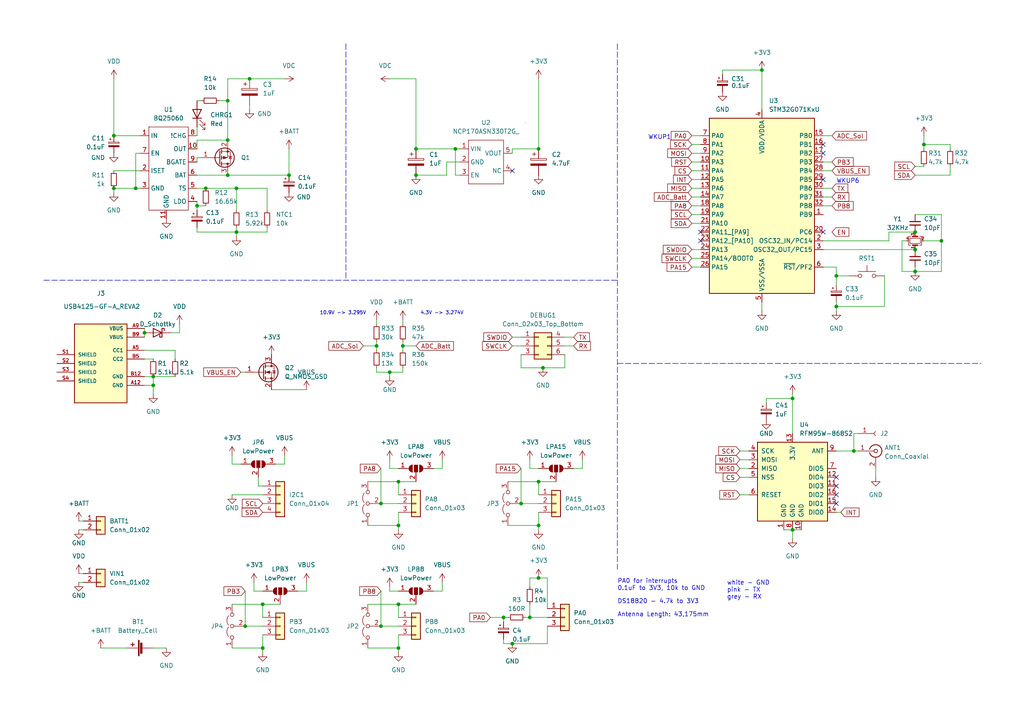
<source format=kicad_sch>
(kicad_sch (version 20211123) (generator eeschema)
  (paper "A4")
  (junction (at 66.04 50.8))
  (junction (at 66.04 40.64))
  (junction (at 242.57 80.01))
  (junction (at 44.45 109.22))
  (junction (at 247.65 130.81))
  (junction (at 41.91 96.52))
  (junction (at 273.05 69.85))
  (junction (at 71.12 181.61))
  (junction (at 115.57 187.96))
  (junction (at 115.57 139.7))
  (junction (at 72.39 22.86))
  (junction (at 59.69 54.61))
  (junction (at 229.87 153.67))
  (junction (at 156.21 139.7))
  (junction (at 229.87 115.57))
  (junction (at 68.58 67.31))
  (junction (at 113.03 107.95))
  (junction (at 267.97 41.91))
  (junction (at 33.02 39.37))
  (junction (at 115.57 175.26))
  (junction (at 157.48 106.68))
  (junction (at 156.21 167.64))
  (junction (at 33.02 54.61))
  (junction (at 265.43 67.31))
  (junction (at 76.2 175.26))
  (junction (at 39.37 54.61))
  (junction (at 68.58 54.61))
  (junction (at 44.45 111.76))
  (junction (at 120.65 50.8))
  (junction (at 132.08 43.18))
  (junction (at 110.49 181.61))
  (junction (at 76.2 187.96))
  (junction (at 151.13 146.05))
  (junction (at 156.21 152.4))
  (junction (at 220.98 20.32))
  (junction (at 153.67 179.07))
  (junction (at 110.49 146.05))
  (junction (at 83.82 50.8))
  (junction (at 156.21 43.18))
  (junction (at 146.05 179.07))
  (junction (at 265.43 78.74))
  (junction (at 120.65 43.18))
  (junction (at 57.15 59.69))
  (junction (at 148.59 186.69))
  (junction (at 265.43 72.39))
  (junction (at 66.04 29.21))
  (junction (at 116.84 100.33))
  (junction (at 242.57 88.9))
  (junction (at 109.22 100.33))
  (junction (at 115.57 152.4))
  (no_connect (at 238.76 44.45))
  (no_connect (at 242.57 138.43))
  (no_connect (at 238.76 41.91))
  (no_connect (at 148.59 49.53))
  (no_connect (at 238.76 52.07))
  (no_connect (at 242.57 140.97))
  (no_connect (at 238.76 67.31))
  (no_connect (at 203.2 69.85))
  (no_connect (at 242.57 146.05))
  (no_connect (at 203.2 67.31))
  (no_connect (at 242.57 143.51))
  (wire (pts (xy 33.02 39.37) (xy 40.64 39.37)))
  (wire (pts (xy 106.68 187.96) (xy 115.57 187.96)))
  (wire (pts (xy 209.55 20.32) (xy 220.98 20.32)))
  (wire (pts (xy 113.03 170.18) (xy 113.03 171.45)))
  (wire (pts (xy 222.25 115.57) (xy 229.87 115.57)))
  (wire (pts (xy 200.66 49.53) (xy 203.2 49.53)))
  (wire (pts (xy 57.15 59.69) (xy 57.15 58.42)))
  (wire (pts (xy 129.54 46.99) (xy 133.35 46.99)))
  (wire (pts (xy 238.76 72.39) (xy 265.43 72.39)))
  (wire (pts (xy 200.66 74.93) (xy 203.2 74.93)))
  (wire (pts (xy 242.57 88.9) (xy 242.57 87.63)))
  (wire (pts (xy 77.47 60.96) (xy 77.47 54.61)))
  (wire (pts (xy 82.55 134.62) (xy 80.01 134.62)))
  (wire (pts (xy 275.59 50.8) (xy 275.59 48.26)))
  (wire (pts (xy 115.57 139.7) (xy 120.65 139.7)))
  (wire (pts (xy 156.21 22.86) (xy 156.21 43.18)))
  (wire (pts (xy 66.04 50.8) (xy 83.82 50.8)))
  (wire (pts (xy 73.66 171.45) (xy 76.2 171.45)))
  (wire (pts (xy 229.87 115.57) (xy 229.87 125.73)))
  (wire (pts (xy 168.91 135.89) (xy 166.37 135.89)))
  (wire (pts (xy 151.13 102.87) (xy 151.13 106.68)))
  (wire (pts (xy 33.02 49.53) (xy 40.64 49.53)))
  (wire (pts (xy 33.02 22.86) (xy 33.02 39.37)))
  (wire (pts (xy 242.57 88.9) (xy 242.57 90.17)))
  (wire (pts (xy 267.97 69.85) (xy 273.05 69.85)))
  (wire (pts (xy 44.45 109.22) (xy 44.45 111.76)))
  (wire (pts (xy 151.13 106.68) (xy 157.48 106.68)))
  (wire (pts (xy 57.15 46.99) (xy 57.15 45.72)))
  (wire (pts (xy 120.65 50.8) (xy 129.54 50.8)))
  (polyline (pts (xy 179.07 12.7) (xy 179.07 165.1)))
  (wire (pts (xy 128.27 135.89) (xy 125.73 135.89)))
  (wire (pts (xy 41.91 96.52) (xy 41.91 97.79)))
  (wire (pts (xy 67.31 143.51) (xy 76.2 143.51)))
  (wire (pts (xy 148.59 43.18) (xy 156.21 43.18)))
  (wire (pts (xy 67.31 175.26) (xy 76.2 175.26)))
  (wire (pts (xy 110.49 171.45) (xy 110.49 181.61)))
  (wire (pts (xy 116.84 99.06) (xy 116.84 100.33)))
  (polyline (pts (xy 12.7 81.28) (xy 179.07 81.28)))
  (wire (pts (xy 238.76 57.15) (xy 241.3 57.15)))
  (wire (pts (xy 238.76 69.85) (xy 257.81 69.85)))
  (wire (pts (xy 156.21 139.7) (xy 156.21 143.51)))
  (wire (pts (xy 200.66 62.23) (xy 203.2 62.23)))
  (wire (pts (xy 41.91 111.76) (xy 44.45 111.76)))
  (wire (pts (xy 227.33 153.67) (xy 229.87 153.67)))
  (wire (pts (xy 22.86 151.13) (xy 24.13 151.13)))
  (wire (pts (xy 52.07 96.52) (xy 49.53 96.52)))
  (wire (pts (xy 128.27 171.45) (xy 125.73 171.45)))
  (wire (pts (xy 133.35 50.8) (xy 132.08 50.8)))
  (wire (pts (xy 115.57 187.96) (xy 115.57 184.15)))
  (wire (pts (xy 41.91 95.25) (xy 41.91 96.52)))
  (wire (pts (xy 267.97 41.91) (xy 267.97 43.18)))
  (wire (pts (xy 238.76 46.99) (xy 241.3 46.99)))
  (wire (pts (xy 120.65 43.18) (xy 132.08 43.18)))
  (wire (pts (xy 267.97 41.91) (xy 275.59 41.91)))
  (wire (pts (xy 158.75 186.69) (xy 158.75 181.61)))
  (wire (pts (xy 257.81 67.31) (xy 265.43 67.31)))
  (wire (pts (xy 57.15 67.31) (xy 57.15 66.04)))
  (wire (pts (xy 67.31 187.96) (xy 76.2 187.96)))
  (wire (pts (xy 44.45 111.76) (xy 44.45 114.3)))
  (wire (pts (xy 116.84 107.95) (xy 116.84 106.68)))
  (wire (pts (xy 33.02 55.88) (xy 33.02 54.61)))
  (wire (pts (xy 116.84 100.33) (xy 116.84 101.6)))
  (wire (pts (xy 200.66 41.91) (xy 203.2 41.91)))
  (wire (pts (xy 254 135.89) (xy 254 138.43)))
  (wire (pts (xy 74.93 140.97) (xy 76.2 140.97)))
  (wire (pts (xy 40.64 44.45) (xy 39.37 44.45)))
  (wire (pts (xy 110.49 181.61) (xy 115.57 181.61)))
  (wire (pts (xy 200.66 59.69) (xy 203.2 59.69)))
  (wire (pts (xy 115.57 187.96) (xy 115.57 189.23)))
  (wire (pts (xy 214.63 138.43) (xy 217.17 138.43)))
  (wire (pts (xy 267.97 39.37) (xy 267.97 41.91)))
  (wire (pts (xy 113.03 171.45) (xy 115.57 171.45)))
  (wire (pts (xy 153.67 133.35) (xy 153.67 135.89)))
  (wire (pts (xy 116.84 100.33) (xy 120.65 100.33)))
  (wire (pts (xy 113.03 22.86) (xy 120.65 22.86)))
  (wire (pts (xy 156.21 139.7) (xy 161.29 139.7)))
  (wire (pts (xy 200.66 54.61) (xy 203.2 54.61)))
  (wire (pts (xy 57.15 36.83) (xy 57.15 39.37)))
  (wire (pts (xy 66.04 22.86) (xy 66.04 29.21)))
  (wire (pts (xy 275.59 41.91) (xy 275.59 43.18)))
  (wire (pts (xy 148.59 100.33) (xy 151.13 100.33)))
  (wire (pts (xy 128.27 168.91) (xy 128.27 171.45)))
  (wire (pts (xy 41.91 104.14) (xy 44.45 104.14)))
  (wire (pts (xy 238.76 59.69) (xy 241.3 59.69)))
  (wire (pts (xy 57.15 60.96) (xy 57.15 59.69)))
  (wire (pts (xy 113.03 133.35) (xy 113.03 135.89)))
  (wire (pts (xy 57.15 54.61) (xy 59.69 54.61)))
  (wire (pts (xy 76.2 187.96) (xy 76.2 184.15)))
  (wire (pts (xy 229.87 153.67) (xy 232.41 153.67)))
  (wire (pts (xy 153.67 179.07) (xy 158.75 179.07)))
  (wire (pts (xy 142.24 179.07) (xy 146.05 179.07)))
  (wire (pts (xy 82.55 132.08) (xy 82.55 134.62)))
  (wire (pts (xy 116.84 92.71) (xy 116.84 93.98)))
  (wire (pts (xy 113.03 135.89) (xy 115.57 135.89)))
  (wire (pts (xy 52.07 93.98) (xy 52.07 96.52)))
  (wire (pts (xy 77.47 54.61) (xy 68.58 54.61)))
  (wire (pts (xy 113.03 109.22) (xy 113.03 107.95)))
  (wire (pts (xy 163.83 100.33) (xy 166.37 100.33)))
  (wire (pts (xy 147.32 152.4) (xy 156.21 152.4)))
  (wire (pts (xy 248.92 125.73) (xy 247.65 125.73)))
  (wire (pts (xy 261.62 69.85) (xy 261.62 78.74)))
  (wire (pts (xy 29.21 187.96) (xy 36.83 187.96)))
  (wire (pts (xy 39.37 44.45) (xy 39.37 54.61)))
  (wire (pts (xy 146.05 180.34) (xy 146.05 179.07)))
  (wire (pts (xy 214.63 143.51) (xy 217.17 143.51)))
  (wire (pts (xy 115.57 175.26) (xy 115.57 179.07)))
  (wire (pts (xy 22.86 153.67) (xy 24.13 153.67)))
  (wire (pts (xy 152.4 179.07) (xy 153.67 179.07)))
  (wire (pts (xy 247.65 130.81) (xy 248.92 130.81)))
  (wire (pts (xy 33.02 54.61) (xy 39.37 54.61)))
  (wire (pts (xy 82.55 22.86) (xy 72.39 22.86)))
  (wire (pts (xy 39.37 54.61) (xy 40.64 54.61)))
  (wire (pts (xy 200.66 72.39) (xy 203.2 72.39)))
  (wire (pts (xy 242.57 77.47) (xy 242.57 80.01)))
  (wire (pts (xy 74.93 138.43) (xy 74.93 140.97)))
  (wire (pts (xy 68.58 66.04) (xy 68.58 67.31)))
  (wire (pts (xy 72.39 22.86) (xy 66.04 22.86)))
  (wire (pts (xy 273.05 78.74) (xy 265.43 78.74)))
  (wire (pts (xy 22.86 166.37) (xy 24.13 166.37)))
  (wire (pts (xy 163.83 102.87) (xy 163.83 106.68)))
  (wire (pts (xy 273.05 62.23) (xy 273.05 69.85)))
  (wire (pts (xy 67.31 134.62) (xy 69.85 134.62)))
  (wire (pts (xy 57.15 29.21) (xy 58.42 29.21)))
  (wire (pts (xy 129.54 50.8) (xy 129.54 46.99)))
  (wire (pts (xy 151.13 146.05) (xy 156.21 146.05)))
  (wire (pts (xy 214.63 133.35) (xy 217.17 133.35)))
  (wire (pts (xy 247.65 125.73) (xy 247.65 130.81)))
  (wire (pts (xy 200.66 39.37) (xy 203.2 39.37)))
  (wire (pts (xy 238.76 49.53) (xy 241.3 49.53)))
  (wire (pts (xy 110.49 135.89) (xy 110.49 146.05)))
  (wire (pts (xy 115.57 175.26) (xy 120.65 175.26)))
  (wire (pts (xy 273.05 69.85) (xy 273.05 78.74)))
  (wire (pts (xy 83.82 43.18) (xy 83.82 50.8)))
  (wire (pts (xy 261.62 69.85) (xy 262.89 69.85)))
  (wire (pts (xy 109.22 107.95) (xy 113.03 107.95)))
  (wire (pts (xy 222.25 115.57) (xy 222.25 116.84)))
  (wire (pts (xy 156.21 152.4) (xy 156.21 148.59)))
  (wire (pts (xy 242.57 130.81) (xy 247.65 130.81)))
  (wire (pts (xy 209.55 21.59) (xy 209.55 20.32)))
  (wire (pts (xy 168.91 133.35) (xy 168.91 135.89)))
  (wire (pts (xy 158.75 167.64) (xy 156.21 167.64)))
  (wire (pts (xy 214.63 130.81) (xy 217.17 130.81)))
  (wire (pts (xy 257.81 69.85) (xy 257.81 67.31)))
  (wire (pts (xy 200.66 77.47) (xy 203.2 77.47)))
  (wire (pts (xy 132.08 50.8) (xy 132.08 43.18)))
  (wire (pts (xy 265.43 62.23) (xy 273.05 62.23)))
  (wire (pts (xy 256.54 80.01) (xy 256.54 88.9)))
  (wire (pts (xy 148.59 97.79) (xy 151.13 97.79)))
  (wire (pts (xy 238.76 39.37) (xy 241.3 39.37)))
  (wire (pts (xy 146.05 179.07) (xy 147.32 179.07)))
  (wire (pts (xy 105.41 100.33) (xy 109.22 100.33)))
  (wire (pts (xy 146.05 185.42) (xy 146.05 186.69)))
  (wire (pts (xy 153.67 170.18) (xy 153.67 167.64)))
  (wire (pts (xy 148.59 44.45) (xy 148.59 43.18)))
  (wire (pts (xy 59.69 54.61) (xy 68.58 54.61)))
  (wire (pts (xy 59.69 59.69) (xy 57.15 59.69)))
  (wire (pts (xy 220.98 20.32) (xy 220.98 31.75)))
  (wire (pts (xy 153.67 135.89) (xy 156.21 135.89)))
  (wire (pts (xy 163.83 97.79) (xy 166.37 97.79)))
  (wire (pts (xy 66.04 29.21) (xy 66.04 40.64)))
  (wire (pts (xy 148.59 186.69) (xy 158.75 186.69)))
  (wire (pts (xy 63.5 29.21) (xy 66.04 29.21)))
  (wire (pts (xy 68.58 67.31) (xy 77.47 67.31)))
  (wire (pts (xy 110.49 146.05) (xy 115.57 146.05)))
  (wire (pts (xy 109.22 99.06) (xy 109.22 100.33)))
  (wire (pts (xy 153.67 167.64) (xy 156.21 167.64)))
  (wire (pts (xy 158.75 176.53) (xy 158.75 167.64)))
  (wire (pts (xy 220.98 87.63) (xy 220.98 90.17)))
  (wire (pts (xy 115.57 139.7) (xy 115.57 143.51)))
  (wire (pts (xy 120.65 22.86) (xy 120.65 43.18)))
  (wire (pts (xy 200.66 52.07) (xy 203.2 52.07)))
  (wire (pts (xy 115.57 152.4) (xy 115.57 153.67)))
  (wire (pts (xy 76.2 175.26) (xy 76.2 179.07)))
  (wire (pts (xy 106.68 175.26) (xy 115.57 175.26)))
  (wire (pts (xy 200.66 44.45) (xy 203.2 44.45)))
  (wire (pts (xy 106.68 139.7) (xy 115.57 139.7)))
  (wire (pts (xy 44.45 187.96) (xy 48.26 187.96)))
  (wire (pts (xy 67.31 132.08) (xy 67.31 134.62)))
  (wire (pts (xy 41.91 109.22) (xy 44.45 109.22)))
  (wire (pts (xy 57.15 67.31) (xy 68.58 67.31)))
  (wire (pts (xy 57.15 40.64) (xy 66.04 40.64)))
  (wire (pts (xy 265.43 50.8) (xy 275.59 50.8)))
  (wire (pts (xy 151.13 135.89) (xy 151.13 146.05)))
  (wire (pts (xy 78.74 113.03) (xy 88.9 113.03)))
  (wire (pts (xy 68.58 60.96) (xy 68.58 54.61)))
  (wire (pts (xy 50.8 101.6) (xy 41.91 101.6)))
  (wire (pts (xy 106.68 152.4) (xy 115.57 152.4)))
  (wire (pts (xy 229.87 153.67) (xy 229.87 156.21)))
  (wire (pts (xy 72.39 30.48) (xy 72.39 31.75)))
  (wire (pts (xy 71.12 171.45) (xy 71.12 181.61)))
  (wire (pts (xy 153.67 175.26) (xy 153.67 179.07)))
  (wire (pts (xy 214.63 135.89) (xy 217.17 135.89)))
  (wire (pts (xy 156.21 152.4) (xy 156.21 153.67)))
  (wire (pts (xy 147.32 139.7) (xy 156.21 139.7)))
  (wire (pts (xy 115.57 152.4) (xy 115.57 148.59)))
  (wire (pts (xy 73.66 168.91) (xy 73.66 171.45)))
  (wire (pts (xy 109.22 92.71) (xy 109.22 93.98)))
  (wire (pts (xy 109.22 100.33) (xy 109.22 101.6)))
  (wire (pts (xy 229.87 114.3) (xy 229.87 115.57)))
  (wire (pts (xy 200.66 46.99) (xy 203.2 46.99)))
  (wire (pts (xy 69.85 107.95) (xy 71.12 107.95)))
  (wire (pts (xy 163.83 106.68) (xy 157.48 106.68)))
  (wire (pts (xy 132.08 43.18) (xy 133.35 43.18)))
  (wire (pts (xy 57.15 45.72) (xy 58.42 45.72)))
  (wire (pts (xy 44.45 109.22) (xy 50.8 109.22)))
  (wire (pts (xy 22.86 168.91) (xy 24.13 168.91)))
  (wire (pts (xy 265.43 48.26) (xy 267.97 48.26)))
  (wire (pts (xy 256.54 88.9) (xy 242.57 88.9)))
  (wire (pts (xy 242.57 80.01) (xy 246.38 80.01)))
  (wire (pts (xy 242.57 80.01) (xy 242.57 82.55)))
  (polyline (pts (xy 100.33 12.7) (xy 100.33 81.28)))
  (wire (pts (xy 200.66 64.77) (xy 203.2 64.77)))
  (wire (pts (xy 261.62 78.74) (xy 265.43 78.74)))
  (wire (pts (xy 76.2 175.26) (xy 81.28 175.26)))
  (wire (pts (xy 113.03 107.95) (xy 116.84 107.95)))
  (wire (pts (xy 71.12 181.61) (xy 76.2 181.61)))
  (wire (pts (xy 88.9 168.91) (xy 88.9 171.45)))
  (wire (pts (xy 238.76 54.61) (xy 241.3 54.61)))
  (wire (pts (xy 88.9 171.45) (xy 86.36 171.45)))
  (wire (pts (xy 50.8 104.14) (xy 50.8 101.6)))
  (wire (pts (xy 68.58 68.58) (xy 68.58 67.31)))
  (wire (pts (xy 128.27 133.35) (xy 128.27 135.89)))
  (wire (pts (xy 146.05 186.69) (xy 148.59 186.69)))
  (wire (pts (xy 238.76 77.47) (xy 242.57 77.47)))
  (wire (pts (xy 265.43 78.74) (xy 265.43 77.47)))
  (wire (pts (xy 76.2 187.96) (xy 76.2 189.23)))
  (wire (pts (xy 77.47 67.31) (xy 77.47 66.04)))
  (wire (pts (xy 109.22 107.95) (xy 109.22 106.68)))
  (polyline (pts (xy 179.07 105.41) (xy 284.48 105.41)))
  (wire (pts (xy 57.15 43.18) (xy 57.15 40.64)))
  (wire (pts (xy 200.66 57.15) (xy 203.2 57.15)))
  (wire (pts (xy 57.15 50.8) (xy 66.04 50.8)))
  (wire (pts (xy 242.57 148.59) (xy 243.84 148.59)))
  (text "DS18B20 - 4.7k to 3V3" (at 179.07 175.26 0) (effects (font (size 1.27 1.27)) (justify left bottom)))
  (text "4.3V -> 3.274V" (at 121.92 91.44 0) (effects (font (size 1 1)) (justify left bottom)))
  (text "Antenna Length: 43,175mm" (at 179.07 179.07 0) (effects (font (size 1.27 1.27)) (justify left bottom)))
  (text "PA0 for interrupts\n0.1uF to 3V3, 10k to GND" (at 179.07 171.45 0) (effects (font (size 1.27 1.27)) (justify left bottom)))
  (text "10.9V -> 3.295V" (at 92.71 91.44 0) (effects (font (size 1 1)) (justify left bottom)))
  (text "white - GND\npink - TX\ngrey - RX" (at 210.82 173.99 0) (effects (font (size 1.27 1.27)) (justify left bottom)))
  (text "WKUP6" (at 242.57 53.34 0) (effects (font (size 1.27 1.27)) (justify left bottom)))
  (text "WKUP1" (at 187.96 40.64 0) (effects (font (size 1.27 1.27)) (justify left bottom)))
  (global_label "PB8" (shape input) (at 241.3 59.69 0) (property "Intersheet References" "${INTERSHEET_REFS}" (effects hide)))
  (global_label "RST" (shape input) (at 214.63 143.51 180) (property "Intersheet References" "${INTERSHEET_REFS}" (effects hide)))
  (global_label "SDA" (shape input) (at 265.43 50.8 180) (property "Intersheet References" "${INTERSHEET_REFS}" (effects hide)))
  (global_label "MISO" (shape input) (at 214.63 135.89 180) (property "Intersheet References" "${INTERSHEET_REFS}" (effects hide)))
  (global_label "SCL" (shape input) (at 265.43 48.26 180) (property "Intersheet References" "${INTERSHEET_REFS}" (effects hide)))
  (global_label "CS" (shape input) (at 214.63 138.43 180) (property "Intersheet References" "${INTERSHEET_REFS}" (effects hide)))
  (global_label "MOSI" (shape input) (at 200.66 44.45 180) (property "Intersheet References" "${INTERSHEET_REFS}" (effects hide)))
  (global_label "ADC_Batt" (shape input) (at 200.66 57.15 180) (property "Intersheet References" "${INTERSHEET_REFS}" (effects hide)))
  (global_label "INT" (shape input) (at 200.66 52.07 180) (property "Intersheet References" "${INTERSHEET_REFS}" (effects hide)))
  (global_label "PA0" (shape input) (at 142.24 179.07 180) (property "Intersheet References" "${INTERSHEET_REFS}" (effects hide)))
  (global_label "SCL" (shape input) (at 76.2 146.05 180) (property "Intersheet References" "${INTERSHEET_REFS}" (effects hide)))
  (global_label "INT" (shape input) (at 243.84 148.59 0) (property "Intersheet References" "${INTERSHEET_REFS}" (effects hide)))
  (global_label "RX" (shape input) (at 241.3 57.15 0) (property "Intersheet References" "${INTERSHEET_REFS}" (effects hide)))
  (global_label "SWCLK" (shape input) (at 200.66 74.93 180) (property "Intersheet References" "${INTERSHEET_REFS}" (effects hide)))
  (global_label "RST" (shape input) (at 200.66 46.99 180) (property "Intersheet References" "${INTERSHEET_REFS}" (effects hide)))
  (global_label "SCL" (shape input) (at 200.66 62.23 180) (property "Intersheet References" "${INTERSHEET_REFS}" (effects hide)))
  (global_label "SCK" (shape input) (at 214.63 130.81 180) (property "Intersheet References" "${INTERSHEET_REFS}" (effects hide)))
  (global_label "ADC_Sol" (shape input) (at 105.41 100.33 180) (property "Intersheet References" "${INTERSHEET_REFS}" (effects hide)))
  (global_label "CS" (shape input) (at 200.66 49.53 180) (property "Intersheet References" "${INTERSHEET_REFS}" (effects hide)))
  (global_label "ADC_Batt" (shape input) (at 120.65 100.33 0) (property "Intersheet References" "${INTERSHEET_REFS}" (effects hide)))
  (global_label "EN" (shape input) (at 241.3 67.31 0) (property "Intersheet References" "${INTERSHEET_REFS}" (effects hide)))
  (global_label "SWCLK" (shape input) (at 148.59 100.33 180) (property "Intersheet References" "${INTERSHEET_REFS}" (effects hide)))
  (global_label "PB3" (shape input) (at 71.12 171.45 180) (property "Intersheet References" "${INTERSHEET_REFS}" (effects hide)))
  (global_label "SWDIO" (shape input) (at 200.66 72.39 180) (property "Intersheet References" "${INTERSHEET_REFS}" (effects hide)))
  (global_label "SWDIO" (shape input) (at 148.59 97.79 180) (property "Intersheet References" "${INTERSHEET_REFS}" (effects hide)))
  (global_label "PA15" (shape input) (at 151.13 135.89 180) (property "Intersheet References" "${INTERSHEET_REFS}" (effects hide)))
  (global_label "PB8" (shape input) (at 110.49 171.45 180) (property "Intersheet References" "${INTERSHEET_REFS}" (effects hide)))
  (global_label "VBUS_EN" (shape input) (at 69.85 107.95 180) (property "Intersheet References" "${INTERSHEET_REFS}" (effects hide)))
  (global_label "SDA" (shape input) (at 76.2 148.59 180) (property "Intersheet References" "${INTERSHEET_REFS}" (effects hide)))
  (global_label "RX" (shape input) (at 166.37 100.33 0) (property "Intersheet References" "${INTERSHEET_REFS}" (effects hide)))
  (global_label "PA8" (shape input) (at 110.49 135.89 180) (property "Intersheet References" "${INTERSHEET_REFS}" (effects hide)))
  (global_label "TX" (shape input) (at 166.37 97.79 0) (property "Intersheet References" "${INTERSHEET_REFS}" (effects hide)))
  (global_label "PA8" (shape input) (at 200.66 59.69 180) (property "Intersheet References" "${INTERSHEET_REFS}" (effects hide)))
  (global_label "PA0" (shape input) (at 200.66 39.37 180) (property "Intersheet References" "${INTERSHEET_REFS}" (effects hide)))
  (global_label "MISO" (shape input) (at 200.66 54.61 180) (property "Intersheet References" "${INTERSHEET_REFS}" (effects hide)))
  (global_label "ADC_Sol" (shape input) (at 241.3 39.37 0) (property "Intersheet References" "${INTERSHEET_REFS}" (effects hide)))
  (global_label "VBUS_EN" (shape input) (at 241.3 49.53 0) (property "Intersheet References" "${INTERSHEET_REFS}" (effects hide)))
  (global_label "TX" (shape input) (at 241.3 54.61 0) (property "Intersheet References" "${INTERSHEET_REFS}" (effects hide)))
  (global_label "PA15" (shape input) (at 200.66 77.47 180) (property "Intersheet References" "${INTERSHEET_REFS}" (effects hide)))
  (global_label "SDA" (shape input) (at 200.66 64.77 180) (property "Intersheet References" "${INTERSHEET_REFS}" (effects hide)))
  (global_label "MOSI" (shape input) (at 214.63 133.35 180) (property "Intersheet References" "${INTERSHEET_REFS}" (effects hide)))
  (global_label "SCK" (shape input) (at 200.66 41.91 180) (property "Intersheet References" "${INTERSHEET_REFS}" (effects hide)))
  (global_label "PB3" (shape input) (at 241.3 46.99 0) (property "Intersheet References" "${INTERSHEET_REFS}" (effects hide)))
  (symbol (lib_id "Device:D_Schottky") (at 45.72 96.52 0) (mirror y) (unit 1)
    (property "Reference" "D2" (at 45.72 91.44 0))
    (property "Value" "D_Schottky" (at 45.72 93.98 0))
    (property "Footprint" "Diode_SMD:Nexperia_CFP3_SOD-123W" (effects hide))
  )
  (symbol (lib_id "power:GND") (at 222.25 121.92 0) (unit 1)
    (property "Reference" "#PWR0148" (effects hide))
    (property "Value" "GND" (at 222.25 125.73 0))
  )
  (symbol (lib_id "Jumper:SolderJumper_3_Open") (at 120.65 171.45 0) (unit 1)
    (property "Reference" "LPB8" (at 120.65 165.1 0))
    (property "Value" "LowPower" (at 120.65 167.64 0))
    (property "Footprint" "Jumper:SolderJumper-3_P1.3mm_Open_Pad1.0x1.5mm" (effects hide))
  )
  (symbol (lib_id "Device:R_Small") (at 275.59 45.72 0) (unit 1)
    (property "Reference" "R32" (at 276.86 44.45 0) (effects (justify left)))
    (property "Value" "4.7k" (at 276.86 46.99 0) (effects (justify left)))
    (property "Footprint" "Resistor_SMD:R_0805_2012Metric" (effects hide))
  )
  (symbol (lib_id "Device:C_Polarized_Small") (at 83.82 53.34 0) (unit 1)
    (property "Reference" "C14" (at 86.36 51.5238 0) (effects (justify left)))
    (property "Value" "0.1uF" (at 86.36 54.0638 0) (effects (justify left)))
    (property "Footprint" "Capacitor_SMD:C_1206_3216Metric" (effects hide))
  )
  (symbol (lib_id "USB4125-GF-A_REVA2:USB4125-GF-A_REVA2") (at 29.21 104.14 0) (mirror y) (unit 1)
    (property "Reference" "J3" (at 30.48 85.09 0) (effects (justify left)))
    (property "Value" "USB4125-GF-A_REVA2" (at 40.64 88.9 0) (effects (justify left)))
    (property "Footprint" "GCT_USB4125-GF-A_REVA2" (effects hide))
    (property "STANDARD" "Manufacturer Recommendations" (effects hide))
    (property "MANUFACTURER" "GCT" (effects hide))
    (property "PARTREV" "Rev A2" (effects hide))
    (property "MAXIMUM_PACKAGE_HEIGHT" "3.16 mm" (effects hide))
  )
  (symbol (lib_id "Device:R_Small") (at 50.8 106.68 0) (unit 1)
    (property "Reference" "R2" (at 52.07 105.41 0) (effects (justify left)))
    (property "Value" "5.1k" (at 52.07 107.95 0) (effects (justify left)))
    (property "Footprint" "Resistor_SMD:R_0805_2012Metric" (effects hide))
  )
  (symbol (lib_id "power:GND") (at 48.26 63.5 0) (unit 1)
    (property "Reference" "#PWR0147" (effects hide))
    (property "Value" "GND" (at 48.26 68.58 0))
  )
  (symbol (lib_id "power:GND") (at 113.03 109.22 0) (unit 1)
    (property "Reference" "#PWR0124" (effects hide))
    (property "Value" "GND" (at 113.03 113.03 0))
  )
  (symbol (lib_id "Connector_Generic:Conn_01x03") (at 81.28 181.61 0) (unit 1)
    (property "Reference" "PB3" (at 83.82 180.3399 0) (effects (justify left)))
    (property "Value" "Conn_01x03" (at 83.82 182.8799 0) (effects (justify left)))
    (property "Footprint" "S3B-ZR-SM4A-TF:JST_S3B-ZR-SM4A-TF" (effects hide))
  )
  (symbol (lib_id "Connector_Generic:Conn_01x03") (at 120.65 181.61 0) (unit 1)
    (property "Reference" "PB8" (at 123.19 180.3399 0) (effects (justify left)))
    (property "Value" "Conn_01x03" (at 123.19 182.8799 0) (effects (justify left)))
    (property "Footprint" "S3B-ZR-SM4A-TF:JST_S3B-ZR-SM4A-TF" (effects hide))
  )
  (symbol (lib_id "Device:C_Polarized_Small") (at 33.02 41.91 0) (unit 1)
    (property "Reference" "C11" (at 30.48 40.0938 0) (effects (justify right)))
    (property "Value" "0.1uF" (at 30.48 42.6338 0) (effects (justify right)))
    (property "Footprint" "Capacitor_SMD:C_1206_3216Metric" (effects hide))
  )
  (symbol (lib_id "power:GND") (at 265.43 78.74 0) (unit 1)
    (property "Reference" "#PWR0103" (effects hide))
    (property "Value" "GND" (at 265.43 83.82 0))
  )
  (symbol (lib_id "power:+BATT") (at 29.21 187.96 0) (unit 1)
    (property "Reference" "#PWR0145" (effects hide))
    (property "Value" "+BATT" (at 29.21 182.88 0))
  )
  (symbol (lib_id "Device:R_Small") (at 68.58 63.5 0) (unit 1)
    (property "Reference" "R13" (at 71.12 62.2299 0) (effects (justify left)))
    (property "Value" "5.92k" (at 71.12 64.7699 0) (effects (justify left)))
    (property "Footprint" "Resistor_SMD:R_0805_2012Metric" (effects hide))
  )
  (symbol (lib_id "power:GND") (at 156.21 50.8 0) (unit 1)
    (property "Reference" "#PWR0102" (effects hide))
    (property "Value" "GND" (at 156.21 55.88 0))
  )
  (symbol (lib_id "Jumper:SolderJumper_3_Open") (at 81.28 171.45 0) (unit 1)
    (property "Reference" "LPB3" (at 81.28 165.1 0))
    (property "Value" "LowPower" (at 81.28 167.64 0))
    (property "Footprint" "Jumper:SolderJumper-3_P1.3mm_Open_Pad1.0x1.5mm" (effects hide))
  )
  (symbol (lib_id "power:VBUS") (at 88.9 113.03 0) (unit 1)
    (property "Reference" "#PWR0149" (effects hide))
    (property "Value" "VBUS" (at 88.9 107.95 0))
  )
  (symbol (lib_id "Device:R_Small") (at 44.45 106.68 0) (unit 1)
    (property "Reference" "R1" (at 45.72 105.41 0) (effects (justify left)))
    (property "Value" "5.1k" (at 45.72 107.95 0) (effects (justify left)))
    (property "Footprint" "Resistor_SMD:R_0805_2012Metric" (effects hide))
  )
  (symbol (lib_id "power:+3.3V") (at 229.87 114.3 0) (unit 1)
    (property "Reference" "#PWR0113" (effects hide))
    (property "Value" "+3.3V" (at 229.87 109.22 0))
  )
  (symbol (lib_id "power:GND") (at 33.02 44.45 0) (unit 1)
    (property "Reference" "#PWR0133" (effects hide))
    (property "Value" "GND" (at 30.48 45.7199 0) (effects (justify right)))
  )
  (symbol (lib_id "power:GND") (at 72.39 31.75 0) (unit 1)
    (property "Reference" "#PWR0154" (effects hide))
    (property "Value" "GND" (at 78.74 33.02 0) (effects (justify right)))
  )
  (symbol (lib_id "power:GND") (at 44.45 114.3 0) (unit 1)
    (property "Reference" "#PWR0136" (effects hide))
    (property "Value" "GND" (at 44.45 119.38 0))
  )
  (symbol (lib_id "MyLib:VIN") (at 22.86 166.37 0) (unit 1)
    (property "Reference" "#PWR0104" (effects hide))
    (property "Value" "VIN" (at 22.86 161.29 0))
  )
  (symbol (lib_id "power:+3.3V") (at 267.97 39.37 0) (unit 1)
    (property "Reference" "#PWR0127" (effects hide))
    (property "Value" "+3.3V" (at 267.97 34.29 0))
  )
  (symbol (lib_id "Jumper:Jumper_3_Open") (at 106.68 146.05 90) (unit 1)
    (property "Reference" "JP1" (at 104.14 146.0499 90) (effects (justify left)))
    (property "Value" "Jumper_3_Open" (effects hide))
    (property "Footprint" "MyLib:Jumper_3_0805" (effects hide))
  )
  (symbol (lib_id "power:GND") (at 220.98 90.17 0) (unit 1)
    (property "Reference" "#PWR0111" (effects hide))
    (property "Value" "GND" (at 220.98 95.25 0))
  )
  (symbol (lib_id "Device:C_Polarized") (at 120.65 46.99 0) (unit 1)
    (property "Reference" "C1" (at 124.46 44.8309 0) (effects (justify left)))
    (property "Value" "1uF" (at 124.46 47.3709 0) (effects (justify left)))
    (property "Footprint" "Capacitor_SMD:C_1206_3216Metric" (effects hide))
  )
  (symbol (lib_id "power:GND") (at 67.31 143.51 0) (unit 1)
    (property "Reference" "#PWR0122" (effects hide))
    (property "Value" "GND" (at 67.31 147.32 0))
  )
  (symbol (lib_id "power:GND") (at 254 138.43 0) (unit 1)
    (property "Reference" "#PWR0115" (effects hide))
    (property "Value" "GND" (at 254 143.51 0))
  )
  (symbol (lib_id "Switch:SW_Push") (at 251.46 80.01 0) (unit 1)
    (property "Reference" "RST1" (at 251.46 74.93 0))
    (property "Value" "SW_Push" (effects hide))
    (property "Footprint" "Button_Switch_SMD:SW_Push_SPST_NO_Alps_SKRK" (effects hide))
  )
  (symbol (lib_id "power:+3.3V") (at 153.67 133.35 0) (unit 1)
    (property "Reference" "#PWR0139" (effects hide))
    (property "Value" "+3.3V" (at 153.67 128.27 0))
  )
  (symbol (lib_id "power:GND") (at 209.55 26.67 0) (unit 1)
    (property "Reference" "#PWR0118" (effects hide))
    (property "Value" "GND" (at 209.55 31.75 0))
  )
  (symbol (lib_id "power:GND") (at 22.86 153.67 0) (unit 1)
    (property "Reference" "#PWR0119" (effects hide))
    (property "Value" "GND" (at 22.86 157.48 0))
  )
  (symbol (lib_id "power:+BATT") (at 116.84 92.71 0) (unit 1)
    (property "Reference" "#PWR0126" (effects hide))
    (property "Value" "+BATT" (at 116.84 87.63 0))
  )
  (symbol (lib_id "Device:C_Polarized_Small") (at 242.57 85.09 0) (unit 1)
    (property "Reference" "C33" (at 245.11 83.82 0) (effects (justify left)))
    (property "Value" "0.1uF" (at 245.11 86.36 0) (effects (justify left)))
    (property "Footprint" "Capacitor_SMD:C_0805_2012Metric" (effects hide))
  )
  (symbol (lib_id "Device:C_Small") (at 265.43 74.93 0) (unit 1)
    (property "Reference" "C35" (at 267.97 73.6662 0) (effects (justify left)))
    (property "Value" "10pF" (at 267.97 76.2062 0) (effects (justify left)))
    (property "Footprint" "Capacitor_SMD:C_0805_2012Metric" (effects hide))
  )
  (symbol (lib_id "Device:C_Polarized") (at 72.39 26.67 0) (unit 1)
    (property "Reference" "C3" (at 76.2 24.5109 0) (effects (justify left)))
    (property "Value" "1uF" (at 76.2 27.0509 0) (effects (justify left)))
    (property "Footprint" "Capacitor_SMD:C_1206_3216Metric" (effects hide))
  )
  (symbol (lib_id "power:VDC") (at 82.55 22.86 270) (unit 1)
    (property "Reference" "#PWR0109" (effects hide))
    (property "Value" "VDC" (at 83.82 19.05 90))
  )
  (symbol (lib_id "power:GND") (at 148.59 186.69 0) (unit 1)
    (property "Reference" "#PWR0143" (effects hide))
    (property "Value" "GND" (at 148.59 191.77 0))
  )
  (symbol (lib_id "Device:R_Small") (at 77.47 63.5 0) (unit 1)
    (property "Reference" "NTC1" (at 80.01 62.2299 0) (effects (justify left)))
    (property "Value" "10k" (at 80.01 64.7699 0) (effects (justify left)))
    (property "Footprint" "Resistor_SMD:R_0805_2012Metric" (effects hide))
  )
  (symbol (lib_id "power:VBUS") (at 88.9 168.91 0) (unit 1)
    (property "Reference" "#PWR0151" (effects hide))
    (property "Value" "VBUS" (at 88.9 163.83 0))
  )
  (symbol (lib_id "power:VDC") (at 113.03 22.86 90) (unit 1)
    (property "Reference" "#PWR0107" (effects hide))
    (property "Value" "VDC" (at 111.76 19.05 90))
  )
  (symbol (lib_id "Jumper:SolderJumper_3_Open") (at 161.29 135.89 0) (unit 1)
    (property "Reference" "LPA15" (at 161.29 129.54 0))
    (property "Value" "LowPower" (at 161.29 132.08 0))
    (property "Footprint" "Jumper:SolderJumper-3_P1.3mm_Open_Pad1.0x1.5mm" (effects hide))
  )
  (symbol (lib_id "Device:Q_NMOS_GSD") (at 76.2 107.95 0) (unit 1)
    (property "Reference" "Q2" (at 82.55 106.6799 0) (effects (justify left)))
    (property "Value" "Q_NMOS_GSD" (at 82.55 109.2199 0) (effects (justify left)))
    (property "Footprint" "Package_TO_SOT_SMD:SOT-23" (effects hide))
  )
  (symbol (lib_id "power:GND") (at 83.82 55.88 0) (unit 1)
    (property "Reference" "#PWR0131" (effects hide))
    (property "Value" "GND" (at 90.17 57.15 0) (effects (justify right)))
  )
  (symbol (lib_id "Jumper:SolderJumper_3_Open") (at 120.65 135.89 0) (unit 1)
    (property "Reference" "LPA8" (at 120.65 129.54 0))
    (property "Value" "LowPower" (at 120.65 132.08 0))
    (property "Footprint" "Jumper:SolderJumper-3_P1.3mm_Open_Pad1.0x1.5mm" (effects hide))
  )
  (symbol (lib_id "Connector:Conn_Coaxial") (at 254 130.81 0) (unit 1)
    (property "Reference" "ANT1" (at 256.54 129.8331 0) (effects (justify left)))
    (property "Value" "Conn_Coaxial" (at 256.54 132.3731 0) (effects (justify left)))
    (property "Footprint" "U.FL_Hirose_U.FL-R-SMT-1_Vertical" (effects hide))
    (property "Datasheet" " ~" (effects hide))
  )
  (symbol (lib_id "MCU_ST_STM32G0:STM32G071KxU") (at 220.98 59.69 0) (unit 1)
    (property "Reference" "U3" (at 222.9994 29.21 0) (effects (justify left)))
    (property "Value" "STM32G071KxU" (at 222.9994 31.75 0) (effects (justify left)))
    (property "Footprint" "Package_DFN_QFN:UFQFPN-32-1EP_5x5mm_P0.5mm_EP3.5x3.5mm" (effects hide))
    (property "Datasheet" "https://www.st.com/resource/en/datasheet/stm32g071kb.pdf" (effects hide))
  )
  (symbol (lib_id "Device:Crystal_GND24_Small") (at 265.43 69.85 90) (unit 1)
    (property "Reference" "Y1" (at 260.35 63.5 90))
    (property "Value" "32KHz" (at 260.35 66.04 90))
    (property "Footprint" "Crystal:Crystal_SMD_2520-4Pin_2.5x2.0mm" (effects hide))
  )
  (symbol (lib_id "Device:C_Small") (at 265.43 64.77 0) (unit 1)
    (property "Reference" "C34" (at 267.97 63.5062 0) (effects (justify left)))
    (property "Value" "10pF" (at 267.97 66.0462 0) (effects (justify left)))
    (property "Footprint" "Capacitor_SMD:C_0805_2012Metric" (effects hide))
  )
  (symbol (lib_id "Connector_Generic:Conn_02x03_Top_Bottom") (at 156.21 100.33 0) (unit 1)
    (property "Reference" "DEBUG1" (at 157.48 91.44 0))
    (property "Value" "Conn_02x03_Top_Bottom" (at 157.48 93.98 0))
    (property "Footprint" "MyLib:PinHeader_2x03_P1.27mm_Vertical_SMD_My" (effects hide))
  )
  (symbol (lib_id "Device:Battery_Cell") (at 41.91 187.96 90) (unit 1)
    (property "Reference" "BT1" (at 41.91 180.34 90) (effects (justify left)))
    (property "Value" "Battery_Cell" (at 45.72 182.88 90) (effects (justify left)))
    (property "Footprint" "MyLib:BatteryHolder_1x18650" (effects hide))
  )
  (symbol (lib_id "power:VBUS") (at 128.27 168.91 0) (unit 1)
    (property "Reference" "#PWR0155" (effects hide))
    (property "Value" "VBUS" (at 128.27 163.83 0))
  )
  (symbol (lib_id "Device:R_Small") (at 60.96 29.21 90) (unit 1)
    (property "Reference" "R14" (at 60.96 22.86 90))
    (property "Value" "10k" (at 60.96 25.4 90))
    (property "Footprint" "Resistor_SMD:R_0805_2012Metric" (effects hide))
  )
  (symbol (lib_id "power:GND") (at 115.57 189.23 0) (unit 1)
    (property "Reference" "#PWR0137" (effects hide))
    (property "Value" "GND" (at 115.57 194.31 0))
  )
  (symbol (lib_id "power:GND") (at 22.86 168.91 0) (unit 1)
    (property "Reference" "#PWR0105" (effects hide))
    (property "Value" "GND" (at 22.86 172.72 0))
  )
  (symbol (lib_id "Connector_Generic:Conn_01x04") (at 81.28 143.51 0) (unit 1)
    (property "Reference" "I2C1" (at 83.82 143.5099 0) (effects (justify left)))
    (property "Value" "Conn_01x04" (at 83.82 146.0499 0) (effects (justify left)))
    (property "Footprint" "S4B-ZR-SM4A-TF_LF__SN_:JST_S4B-ZR-SM4A-TF(LF)(SN)" (effects hide))
  )
  (symbol (lib_id "MyLib:NCP170ASN330T2G_") (at 140.97 46.99 0) (unit 1)
    (property "Reference" "U2" (at 140.97 35.56 0))
    (property "Value" "NCP170ASN330T2G_" (at 140.97 38.1 0))
    (property "Footprint" "TSOP-5_1.65x3.05mm_P0.95mm" (effects hide))
  )
  (symbol (lib_id "MyLib:VIN") (at 109.22 92.71 0) (unit 1)
    (property "Reference" "#PWR0125" (effects hide))
    (property "Value" "VIN" (at 109.22 87.63 0))
  )
  (symbol (lib_id "MyLib:BQ26050") (at 46.99 39.37 0) (unit 1)
    (property "Reference" "U1" (at 48.895 31.75 0))
    (property "Value" "BQ25060" (at 48.895 34.29 0))
    (property "Footprint" "WSON-10-1EP_2x3mm_P0.5mm_EP0.84x2.4mm" (effects hide))
  )
  (symbol (lib_id "Connector:Conn_01x01_Female") (at 254 125.73 0) (unit 1)
    (property "Reference" "J2" (at 255.27 125.7299 0) (effects (justify left)))
    (property "Value" "Conn_01x01_Female" (effects hide))
    (property "Footprint" "Connector_Pin:Pin_D1.0mm_L10.0mm" (effects hide))
  )
  (symbol (lib_id "Device:R_Small") (at 116.84 96.52 0) (unit 1)
    (property "Reference" "R35" (at 119.38 95.2499 0) (effects (justify left)))
    (property "Value" "47k" (at 119.38 97.7899 0) (effects (justify left)))
    (property "Footprint" "Resistor_SMD:R_0805_2012Metric" (effects hide))
  )
  (symbol (lib_id "Device:R_Small") (at 116.84 104.14 0) (unit 1)
    (property "Reference" "R36" (at 119.38 102.8699 0) (effects (justify left)))
    (property "Value" "150k" (at 119.38 105.4099 0) (effects (justify left)))
    (property "Footprint" "Resistor_SMD:R_0805_2012Metric" (effects hide))
  )
  (symbol (lib_id "power:GND") (at 68.58 68.58 0) (unit 1)
    (property "Reference" "#PWR0130" (effects hide))
    (property "Value" "GND" (at 68.58 73.66 0))
  )
  (symbol (lib_id "power:VBUS") (at 168.91 133.35 0) (unit 1)
    (property "Reference" "#PWR0153" (effects hide))
    (property "Value" "VBUS" (at 168.91 128.27 0))
  )
  (symbol (lib_id "Device:C_Polarized_Small") (at 209.55 24.13 0) (unit 1)
    (property "Reference" "C31" (at 212.09 22.86 0) (effects (justify left)))
    (property "Value" "0.1uF" (at 212.09 24.8538 0) (effects (justify left)))
    (property "Footprint" "Capacitor_SMD:C_0805_2012Metric" (effects hide))
  )
  (symbol (lib_id "Device:R_Small") (at 59.69 57.15 0) (unit 1)
    (property "Reference" "R12" (at 62.23 55.8799 0) (effects (justify left)))
    (property "Value" "16.65k" (at 62.23 58.4199 0) (effects (justify left)))
    (property "Footprint" "Resistor_SMD:R_0805_2012Metric" (effects hide))
  )
  (symbol (lib_id "power:GND") (at 157.48 106.68 0) (unit 1)
    (property "Reference" "#PWR0116" (effects hide))
    (property "Value" "GND" (at 157.48 111.76 0))
  )
  (symbol (lib_id "Device:C_Polarized_Small") (at 57.15 63.5 0) (unit 1)
    (property "Reference" "C13" (at 59.69 61.6838 0) (effects (justify left)))
    (property "Value" "0.1uF" (at 59.69 64.2238 0) (effects (justify left)))
    (property "Footprint" "Capacitor_SMD:C_0805_2012Metric" (effects hide))
  )
  (symbol (lib_id "power:+3.3V") (at 78.74 102.87 0) (unit 1)
    (property "Reference" "#PWR0144" (effects hide))
    (property "Value" "+3.3V" (at 78.74 97.79 0))
  )
  (symbol (lib_id "power:GND") (at 120.65 50.8 0) (unit 1)
    (property "Reference" "#PWR0106" (effects hide))
    (property "Value" "GND" (at 120.65 55.88 0))
  )
  (symbol (lib_id "Connector_Generic:Conn_01x02") (at 29.21 151.13 0) (unit 1)
    (property "Reference" "BATT1" (at 31.75 151.1299 0) (effects (justify left)))
    (property "Value" "Conn_01x02" (at 31.75 153.6699 0) (effects (justify left)))
    (property "Footprint" "S2B-ZR-SM4A-TF_LF__SN_:JST_S2B-ZR-SM4A-TF(LF)(SN)" (effects hide))
  )
  (symbol (lib_id "Device:Q_PMOS_GSD") (at 63.5 45.72 0) (mirror x) (unit 1)
    (property "Reference" "Q1" (at 69.85 45.7199 0) (effects (justify left)))
    (property "Value" "Q_PMOS_GSD" (effects hide))
    (property "Footprint" "Package_TO_SOT_SMD:SOT-23" (effects hide))
  )
  (symbol (lib_id "MyLib:VIN") (at 52.07 93.98 0) (mirror y) (unit 1)
    (property "Reference" "#PWR0135" (effects hide))
    (property "Value" "VIN" (at 52.07 88.9 0))
  )
  (symbol (lib_id "power:GND") (at 242.57 90.17 0) (unit 1)
    (property "Reference" "#PWR0117" (effects hide))
    (property "Value" "GND" (at 242.57 95.25 0))
  )
  (symbol (lib_id "power:GND") (at 115.57 153.67 0) (unit 1)
    (property "Reference" "#PWR0120" (effects hide))
    (property "Value" "GND" (at 115.57 158.75 0))
  )
  (symbol (lib_id "Device:R_Small") (at 33.02 52.07 0) (unit 1)
    (property "Reference" "R11" (at 30.48 50.7999 0) (effects (justify right)))
    (property "Value" "1k" (at 30.48 53.3399 0) (effects (justify right)))
    (property "Footprint" "Resistor_SMD:R_0805_2012Metric" (effects hide))
  )
  (symbol (lib_id "power:GND") (at 48.26 187.96 0) (unit 1)
    (property "Reference" "#PWR0146" (effects hide))
    (property "Value" "GND" (at 48.26 193.04 0))
  )
  (symbol (lib_id "Device:R_Small") (at 109.22 104.14 0) (unit 1)
    (property "Reference" "R34" (at 110.49 102.87 0) (effects (justify left)))
    (property "Value" "13k" (at 110.49 105.41 0) (effects (justify left)))
    (property "Footprint" "Resistor_SMD:R_0805_2012Metric" (effects hide))
  )
  (symbol (lib_id "MyLib:VIN") (at 33.02 22.86 0) (unit 1)
    (property "Reference" "#PWR0134" (effects hide))
    (property "Value" "VIN" (at 33.02 17.78 0))
  )
  (symbol (lib_id "Device:LED") (at 57.15 33.02 90) (unit 1)
    (property "Reference" "CHRG1" (at 60.96 33.3374 90) (effects (justify right)))
    (property "Value" "Red" (at 60.96 35.8774 90) (effects (justify right)))
    (property "Footprint" "LED_SMD:LED_1206_3216Metric" (effects hide))
  )
  (symbol (lib_id "power:VBUS") (at 128.27 133.35 0) (unit 1)
    (property "Reference" "#PWR0150" (effects hide))
    (property "Value" "VBUS" (at 128.27 128.27 0))
  )
  (symbol (lib_id "power:+3.3V") (at 156.21 167.64 0) (unit 1)
    (property "Reference" "#PWR0123" (effects hide))
    (property "Value" "+3.3V" (at 156.21 162.56 0))
  )
  (symbol (lib_id "power:+3.3V") (at 113.03 170.18 0) (unit 1)
    (property "Reference" "#PWR0121" (effects hide))
    (property "Value" "+3.3V" (at 113.03 165.1 0))
  )
  (symbol (lib_id "Connector_Generic:Conn_01x02") (at 29.21 166.37 0) (unit 1)
    (property "Reference" "VIN1" (at 31.75 166.3699 0) (effects (justify left)))
    (property "Value" "Conn_01x02" (at 31.75 168.9099 0) (effects (justify left)))
    (property "Footprint" "S2B-ZR-SM4A-TF_LF__SN_:JST_S2B-ZR-SM4A-TF(LF)(SN)" (effects hide))
  )
  (symbol (lib_id "Device:C_Polarized") (at 156.21 46.99 0) (unit 1)
    (property "Reference" "C2" (at 160.02 44.8309 0) (effects (justify left)))
    (property "Value" "4.7uF" (at 160.02 47.3709 0) (effects (justify left)))
    (property "Footprint" "Capacitor_SMD:C_1206_3216Metric" (effects hide))
  )
  (symbol (lib_id "Device:R_Small") (at 267.97 45.72 0) (unit 1)
    (property "Reference" "R31" (at 269.24 44.45 0) (effects (justify left)))
    (property "Value" "4.7k" (at 269.24 46.99 0) (effects (justify left)))
    (property "Footprint" "Resistor_SMD:R_0805_2012Metric" (effects hide))
  )
  (symbol (lib_id "power:GND") (at 33.02 55.88 0) (unit 1)
    (property "Reference" "#PWR0108" (effects hide))
    (property "Value" "GND" (at 33.02 60.96 0))
  )
  (symbol (lib_id "Device:R_Small") (at 149.86 179.07 90) (unit 1)
    (property "Reference" "R3" (at 149.86 173.99 90))
    (property "Value" "160R" (at 149.86 176.53 90))
    (property "Footprint" "Resistor_SMD:R_0805_2012Metric" (effects hide))
  )
  (symbol (lib_id "power:+3.3V") (at 113.03 133.35 0) (unit 1)
    (property "Reference" "#PWR0138" (effects hide))
    (property "Value" "+3.3V" (at 113.03 128.27 0))
  )
  (symbol (lib_name "Jumper_3_Open_1") (lib_id "Jumper:Jumper_3_Open") (at 106.68 181.61 90) (unit 1)
    (property "Reference" "JP2" (at 104.14 181.6099 90) (effects (justify left)))
    (property "Value" "Jumper_3_Open" (effects hide))
    (property "Footprint" "MyLib:Jumper_3_0805" (effects hide))
  )
  (symbol (lib_id "Device:R_Small") (at 153.67 172.72 0) (unit 1)
    (property "Reference" "R4" (at 154.94 171.45 0) (effects (justify left)))
    (property "Value" "10k" (at 154.94 173.99 0) (effects (justify left)))
    (property "Footprint" "Resistor_SMD:R_0805_2012Metric" (effects hide))
  )
  (symbol (lib_name "Jumper_3_Open_4") (lib_id "Jumper:Jumper_3_Open") (at 147.32 146.05 90) (unit 1)
    (property "Reference" "JP3" (at 144.78 146.0499 90) (effects (justify left)))
    (property "Value" "Jumper_3_Open" (effects hide))
    (property "Footprint" "MyLib:Jumper_3_0805" (effects hide))
  )
  (symbol (lib_id "power:+BATT") (at 83.82 43.18 0) (unit 1)
    (property "Reference" "#PWR0110" (effects hide))
    (property "Value" "+BATT" (at 83.82 38.1 0))
  )
  (symbol (lib_id "power:+BATT") (at 22.86 151.13 0) (unit 1)
    (property "Reference" "#PWR0128" (effects hide))
    (property "Value" "+BATT" (at 22.86 146.05 0))
  )
  (symbol (lib_id "power:GND") (at 76.2 189.23 0) (unit 1)
    (property "Reference" "#PWR0142" (effects hide))
    (property "Value" "GND" (at 76.2 194.31 0))
  )
  (symbol (lib_id "power:+3.3V") (at 67.31 132.08 0) (unit 1)
    (property "Reference" "#PWR0132" (effects hide))
    (property "Value" "+3.3V" (at 67.31 127 0))
  )
  (symbol (lib_id "power:+3.3V") (at 73.66 168.91 0) (unit 1)
    (property "Reference" "#PWR0129" (effects hide))
    (property "Value" "+3.3V" (at 73.66 163.83 0))
  )
  (symbol (lib_id "Connector_Generic:Conn_01x03") (at 163.83 179.07 0) (unit 1)
    (property "Reference" "PA0" (at 166.37 177.7999 0) (effects (justify left)))
    (property "Value" "Conn_01x03" (at 166.37 180.3399 0) (effects (justify left)))
    (property "Footprint" "S3B-ZR-SM4A-TF:JST_S3B-ZR-SM4A-TF" (effects hide))
  )
  (symbol (lib_id "Connector_Generic:Conn_01x03") (at 161.29 146.05 0) (unit 1)
    (property "Reference" "PA15" (at 163.83 144.7799 0) (effects (justify left)))
    (property "Value" "Conn_01x03" (at 163.83 147.3199 0) (effects (justify left)))
    (property "Footprint" "S3B-ZR-SM4A-TF:JST_S3B-ZR-SM4A-TF" (effects hide))
  )
  (symbol (lib_id "power:+3.3V") (at 156.21 22.86 0) (unit 1)
    (property "Reference" "#PWR0101" (effects hide))
    (property "Value" "+3.3V" (at 156.21 17.78 0))
  )
  (symbol (lib_id "Jumper:SolderJumper_3_Open") (at 74.93 134.62 0) (unit 1)
    (property "Reference" "JP6" (at 74.93 128.27 0))
    (property "Value" "LowPower" (at 74.93 130.81 0))
    (property "Footprint" "Jumper:SolderJumper-3_P1.3mm_Open_Pad1.0x1.5mm" (effects hide))
  )
  (symbol (lib_id "Device:C_Polarized_Small") (at 146.05 182.88 0) (unit 1)
    (property "Reference" "C4" (at 148.59 182.88 0) (effects (justify left)))
    (property "Value" "0.1uF" (at 148.59 185.42 0) (effects (justify left)))
    (property "Footprint" "Capacitor_SMD:C_0805_2012Metric" (effects hide))
  )
  (symbol (lib_id "Connector_Generic:Conn_01x03") (at 120.65 146.05 0) (unit 1)
    (property "Reference" "PA8" (at 123.19 144.7799 0) (effects (justify left)))
    (property "Value" "Conn_01x03" (at 123.19 147.3199 0) (effects (justify left)))
    (property "Footprint" "S3B-ZR-SM4A-TF:JST_S3B-ZR-SM4A-TF" (effects hide))
  )
  (symbol (lib_id "Device:C_Polarized_Small") (at 222.25 119.38 0) (unit 1)
    (property "Reference" "C41" (at 224.79 117.5638 0) (effects (justify left)))
    (property "Value" "1uF" (at 224.79 120.1038 0) (effects (justify left)))
    (property "Footprint" "Capacitor_SMD:C_1206_3216Metric" (effects hide))
  )
  (symbol (lib_id "power:GND") (at 156.21 153.67 0) (unit 1)
    (property "Reference" "#PWR0140" (effects hide))
    (property "Value" "GND" (at 156.21 158.75 0))
  )
  (symbol (lib_id "power:+3.3V") (at 220.98 20.32 0) (unit 1)
    (property "Reference" "#PWR0112" (effects hide))
    (property "Value" "+3.3V" (at 220.98 15.24 0))
  )
  (symbol (lib_name "Jumper_3_Open_3") (lib_id "Jumper:Jumper_3_Open") (at 67.31 181.61 90) (unit 1)
    (property "Reference" "JP4" (at 64.77 181.6099 90) (effects (justify left)))
    (property "Value" "Jumper_3_Open" (effects hide))
    (property "Footprint" "MyLib:Jumper_3_0805" (effects hide))
  )
  (symbol (lib_id "RF_Module:RFM95W-868S2") (at 229.87 138.43 0) (unit 1)
    (property "Reference" "U4" (at 231.8894 123.19 0) (effects (justify left)))
    (property "Value" "RFM95W-868S2" (at 231.8894 125.73 0) (effects (justify left)))
    (property "Footprint" "RF_Module:HOPERF_RFM9XW_SMD" (effects hide))
    (property "Datasheet" "https://www.hoperf.com/data/upload/portal/20181127/5bfcbea20e9ef.pdf" (effects hide))
  )
  (symbol (lib_id "power:GND") (at 229.87 156.21 0) (unit 1)
    (property "Reference" "#PWR0114" (effects hide))
    (property "Value" "GND" (at 229.87 161.29 0))
  )
  (symbol (lib_id "power:VBUS") (at 82.55 132.08 0) (unit 1)
    (property "Reference" "#PWR0141" (effects hide))
    (property "Value" "VBUS" (at 82.55 127 0))
  )
  (symbol (lib_id "Device:R_Small") (at 109.22 96.52 0) (unit 1)
    (property "Reference" "R33" (at 110.49 95.25 0) (effects (justify left)))
    (property "Value" "30k" (at 110.49 97.79 0) (effects (justify left)))
    (property "Footprint" "Resistor_SMD:R_0805_2012Metric" (effects hide))
  )
)
</source>
